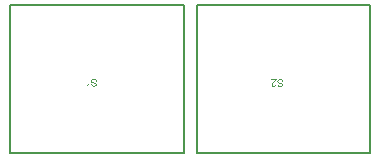
<source format=gbr>
%TF.GenerationSoftware,Altium Limited,Altium Designer,24.3.1 (35)*%
G04 Layer_Color=16711935*
%FSLAX25Y25*%
%MOIN*%
%TF.SameCoordinates,1C50E6C9-DA4A-4B26-87AC-B265A0C711DB*%
%TF.FilePolarity,Positive*%
%TF.FileFunction,Other,Top_Assembly*%
%TF.Part,Single*%
G01*
G75*
%TA.AperFunction,NonConductor*%
%ADD50C,0.00787*%
G36*
X239124Y277880D02*
X239156D01*
X239193Y277877D01*
X239236Y277873D01*
X239327Y277858D01*
X239422Y277844D01*
X239517Y277818D01*
X239608Y277786D01*
X239611D01*
X239619Y277782D01*
X239630Y277775D01*
X239644Y277767D01*
X239688Y277746D01*
X239739Y277713D01*
X239797Y277669D01*
X239859Y277618D01*
X239917Y277556D01*
X239972Y277487D01*
Y277484D01*
X239979Y277476D01*
X239983Y277465D01*
X239994Y277451D01*
X240001Y277433D01*
X240012Y277411D01*
X240037Y277356D01*
X240063Y277287D01*
X240085Y277210D01*
X240099Y277123D01*
X240106Y277032D01*
X239793Y277003D01*
Y277007D01*
Y277010D01*
X239790Y277021D01*
Y277036D01*
X239782Y277069D01*
X239772Y277116D01*
X239757Y277163D01*
X239742Y277218D01*
X239717Y277269D01*
X239691Y277316D01*
X239688Y277320D01*
X239677Y277334D01*
X239659Y277360D01*
X239630Y277385D01*
X239593Y277418D01*
X239553Y277451D01*
X239498Y277484D01*
X239440Y277513D01*
X239437D01*
X239433Y277516D01*
X239422Y277520D01*
X239411Y277524D01*
X239375Y277535D01*
X239327Y277549D01*
X239269Y277564D01*
X239204Y277574D01*
X239131Y277582D01*
X239051Y277585D01*
X239018D01*
X238982Y277582D01*
X238938Y277578D01*
X238887Y277571D01*
X238829Y277564D01*
X238770Y277549D01*
X238716Y277531D01*
X238709Y277527D01*
X238690Y277520D01*
X238665Y277505D01*
X238632Y277491D01*
X238599Y277465D01*
X238563Y277440D01*
X238527Y277411D01*
X238497Y277374D01*
X238494Y277371D01*
X238487Y277356D01*
X238476Y277338D01*
X238461Y277309D01*
X238446Y277280D01*
X238436Y277243D01*
X238428Y277203D01*
X238425Y277160D01*
Y277156D01*
Y277138D01*
X238428Y277116D01*
X238432Y277087D01*
X238443Y277058D01*
X238454Y277021D01*
X238472Y276985D01*
X238497Y276952D01*
X238501Y276948D01*
X238512Y276938D01*
X238527Y276923D01*
X238552Y276901D01*
X238581Y276879D01*
X238621Y276854D01*
X238668Y276828D01*
X238723Y276806D01*
X238727Y276803D01*
X238745Y276799D01*
X238774Y276788D01*
X238792Y276785D01*
X238818Y276777D01*
X238843Y276766D01*
X238876Y276759D01*
X238912Y276748D01*
X238956Y276737D01*
X239000Y276726D01*
X239051Y276712D01*
X239109Y276697D01*
X239171Y276683D01*
X239175D01*
X239185Y276679D01*
X239204Y276676D01*
X239226Y276668D01*
X239255Y276661D01*
X239287Y276654D01*
X239360Y276632D01*
X239440Y276606D01*
X239524Y276581D01*
X239597Y276555D01*
X239630Y276541D01*
X239659Y276526D01*
X239662D01*
X239666Y276523D01*
X239688Y276508D01*
X239721Y276490D01*
X239757Y276461D01*
X239801Y276428D01*
X239844Y276388D01*
X239888Y276341D01*
X239924Y276290D01*
X239928Y276282D01*
X239939Y276264D01*
X239953Y276235D01*
X239968Y276199D01*
X239983Y276151D01*
X239997Y276097D01*
X240008Y276039D01*
X240012Y275977D01*
Y275973D01*
Y275969D01*
Y275958D01*
Y275944D01*
X240004Y275907D01*
X239997Y275860D01*
X239986Y275805D01*
X239968Y275744D01*
X239943Y275682D01*
X239906Y275620D01*
Y275616D01*
X239902Y275613D01*
X239884Y275591D01*
X239859Y275562D01*
X239826Y275525D01*
X239782Y275485D01*
X239728Y275442D01*
X239662Y275401D01*
X239589Y275365D01*
X239586D01*
X239579Y275361D01*
X239568Y275358D01*
X239553Y275350D01*
X239535Y275343D01*
X239509Y275336D01*
X239455Y275321D01*
X239386Y275307D01*
X239305Y275292D01*
X239222Y275281D01*
X239127Y275278D01*
X239080D01*
X239054Y275281D01*
X239029D01*
X238960Y275289D01*
X238883Y275300D01*
X238803Y275318D01*
X238716Y275340D01*
X238636Y275369D01*
X238632D01*
X238625Y275372D01*
X238614Y275380D01*
X238599Y275387D01*
X238563Y275405D01*
X238516Y275438D01*
X238461Y275474D01*
X238406Y275522D01*
X238355Y275576D01*
X238308Y275638D01*
Y275642D01*
X238304Y275645D01*
X238297Y275656D01*
X238290Y275667D01*
X238272Y275704D01*
X238250Y275751D01*
X238224Y275809D01*
X238206Y275878D01*
X238188Y275951D01*
X238181Y276031D01*
X238501Y276057D01*
Y276053D01*
Y276046D01*
X238505Y276035D01*
X238508Y276017D01*
X238519Y275977D01*
X238534Y275922D01*
X238556Y275864D01*
X238589Y275805D01*
X238629Y275751D01*
X238679Y275700D01*
X238687Y275696D01*
X238705Y275682D01*
X238741Y275660D01*
X238789Y275638D01*
X238850Y275616D01*
X238923Y275594D01*
X239014Y275580D01*
X239116Y275576D01*
X239167D01*
X239189Y275580D01*
X239218Y275583D01*
X239284Y275591D01*
X239356Y275605D01*
X239429Y275623D01*
X239498Y275653D01*
X239528Y275671D01*
X239557Y275689D01*
X239564Y275693D01*
X239579Y275707D01*
X239600Y275733D01*
X239622Y275762D01*
X239648Y275802D01*
X239669Y275846D01*
X239684Y275897D01*
X239691Y275955D01*
Y275962D01*
Y275977D01*
X239688Y276002D01*
X239681Y276031D01*
X239669Y276068D01*
X239651Y276104D01*
X239630Y276140D01*
X239597Y276177D01*
X239593Y276180D01*
X239575Y276191D01*
X239560Y276202D01*
X239546Y276209D01*
X239524Y276220D01*
X239498Y276235D01*
X239466Y276246D01*
X239429Y276260D01*
X239389Y276275D01*
X239342Y276293D01*
X239291Y276308D01*
X239233Y276326D01*
X239167Y276341D01*
X239094Y276359D01*
X239091D01*
X239076Y276362D01*
X239054Y276366D01*
X239029Y276373D01*
X238996Y276381D01*
X238956Y276392D01*
X238916Y276402D01*
X238872Y276413D01*
X238778Y276439D01*
X238687Y276464D01*
X238643Y276479D01*
X238603Y276493D01*
X238567Y276504D01*
X238538Y276519D01*
X238534D01*
X238527Y276523D01*
X238516Y276530D01*
X238501Y276537D01*
X238461Y276559D01*
X238414Y276588D01*
X238359Y276628D01*
X238304Y276672D01*
X238254Y276723D01*
X238210Y276777D01*
X238206Y276785D01*
X238192Y276803D01*
X238177Y276836D01*
X238155Y276879D01*
X238137Y276930D01*
X238119Y276992D01*
X238108Y277061D01*
X238104Y277134D01*
Y277138D01*
Y277141D01*
Y277152D01*
Y277167D01*
X238112Y277207D01*
X238119Y277258D01*
X238133Y277316D01*
X238152Y277378D01*
X238181Y277444D01*
X238221Y277513D01*
Y277516D01*
X238224Y277520D01*
X238243Y277542D01*
X238268Y277574D01*
X238304Y277611D01*
X238352Y277655D01*
X238410Y277702D01*
X238476Y277746D01*
X238552Y277786D01*
X238556D01*
X238563Y277789D01*
X238574Y277793D01*
X238589Y277800D01*
X238610Y277807D01*
X238636Y277818D01*
X238694Y277833D01*
X238763Y277851D01*
X238847Y277869D01*
X238938Y277880D01*
X239036Y277884D01*
X239094D01*
X239124Y277880D01*
D02*
G37*
G36*
X237817Y277837D02*
Y277822D01*
Y277800D01*
X237813Y277771D01*
X237809Y277738D01*
X237802Y277702D01*
X237795Y277665D01*
X237780Y277625D01*
Y277622D01*
X237777Y277618D01*
X237770Y277596D01*
X237755Y277564D01*
X237733Y277520D01*
X237704Y277469D01*
X237667Y277411D01*
X237628Y277352D01*
X237577Y277291D01*
Y277287D01*
X237569Y277283D01*
X237551Y277261D01*
X237518Y277229D01*
X237471Y277181D01*
X237416Y277127D01*
X237347Y277061D01*
X237263Y276989D01*
X237173Y276912D01*
X237169Y276908D01*
X237154Y276898D01*
X237133Y276879D01*
X237107Y276857D01*
X237074Y276828D01*
X237034Y276796D01*
X236994Y276759D01*
X236947Y276719D01*
X236856Y276632D01*
X236765Y276544D01*
X236721Y276501D01*
X236681Y276457D01*
X236645Y276417D01*
X236616Y276377D01*
Y276373D01*
X236608Y276370D01*
X236601Y276359D01*
X236594Y276344D01*
X236568Y276304D01*
X236539Y276257D01*
X236514Y276199D01*
X236488Y276137D01*
X236474Y276068D01*
X236466Y276002D01*
Y275998D01*
Y275995D01*
X236470Y275973D01*
X236474Y275937D01*
X236485Y275897D01*
X236499Y275846D01*
X236525Y275795D01*
X236557Y275744D01*
X236601Y275693D01*
X236608Y275685D01*
X236627Y275671D01*
X236652Y275653D01*
X236692Y275627D01*
X236743Y275605D01*
X236801Y275583D01*
X236870Y275569D01*
X236947Y275565D01*
X236969D01*
X236983Y275569D01*
X237027Y275572D01*
X237078Y275583D01*
X237133Y275598D01*
X237194Y275623D01*
X237253Y275656D01*
X237307Y275700D01*
X237314Y275707D01*
X237329Y275725D01*
X237351Y275754D01*
X237373Y275798D01*
X237398Y275849D01*
X237420Y275915D01*
X237435Y275988D01*
X237442Y276071D01*
X237758Y276039D01*
Y276035D01*
X237755Y276024D01*
Y276006D01*
X237751Y275980D01*
X237744Y275951D01*
X237737Y275918D01*
X237726Y275878D01*
X237715Y275838D01*
X237686Y275751D01*
X237642Y275663D01*
X237617Y275620D01*
X237584Y275576D01*
X237551Y275536D01*
X237515Y275500D01*
X237511Y275496D01*
X237504Y275493D01*
X237493Y275482D01*
X237475Y275471D01*
X237453Y275456D01*
X237427Y275442D01*
X237398Y275423D01*
X237362Y275405D01*
X237322Y275387D01*
X237278Y275369D01*
X237231Y275354D01*
X237180Y275340D01*
X237125Y275329D01*
X237067Y275318D01*
X237005Y275314D01*
X236940Y275310D01*
X236903D01*
X236878Y275314D01*
X236848Y275318D01*
X236812Y275321D01*
X236772Y275329D01*
X236732Y275336D01*
X236637Y275361D01*
X236543Y275398D01*
X236495Y275420D01*
X236448Y275445D01*
X236404Y275478D01*
X236364Y275514D01*
X236361Y275518D01*
X236353Y275522D01*
X236346Y275536D01*
X236332Y275551D01*
X236314Y275569D01*
X236295Y275594D01*
X236277Y275620D01*
X236255Y275653D01*
X236219Y275722D01*
X236182Y275809D01*
X236168Y275853D01*
X236161Y275904D01*
X236153Y275955D01*
X236150Y276009D01*
Y276017D01*
Y276035D01*
X236153Y276064D01*
X236157Y276104D01*
X236164Y276148D01*
X236179Y276199D01*
X236193Y276253D01*
X236215Y276308D01*
X236219Y276315D01*
X236226Y276333D01*
X236241Y276362D01*
X236262Y276402D01*
X236292Y276446D01*
X236328Y276501D01*
X236372Y276555D01*
X236423Y276617D01*
X236430Y276624D01*
X236448Y276646D01*
X236466Y276664D01*
X236485Y276683D01*
X236506Y276705D01*
X236536Y276734D01*
X236565Y276763D01*
X236601Y276796D01*
X236637Y276832D01*
X236681Y276872D01*
X236728Y276912D01*
X236779Y276959D01*
X236838Y277007D01*
X236896Y277058D01*
X236899Y277061D01*
X236907Y277069D01*
X236921Y277080D01*
X236940Y277094D01*
X236961Y277116D01*
X236987Y277138D01*
X237045Y277185D01*
X237107Y277240D01*
X237165Y277294D01*
X237216Y277342D01*
X237238Y277360D01*
X237256Y277378D01*
X237260Y277382D01*
X237271Y277393D01*
X237285Y277407D01*
X237303Y277429D01*
X237322Y277454D01*
X237344Y277480D01*
X237387Y277542D01*
X236146D01*
Y277840D01*
X237817D01*
Y277837D01*
D02*
G37*
G36*
X177017Y277993D02*
X177050D01*
X177086Y277990D01*
X177130Y277986D01*
X177221Y277972D01*
X177316Y277957D01*
X177410Y277932D01*
X177501Y277899D01*
X177505D01*
X177512Y277895D01*
X177523Y277888D01*
X177538Y277881D01*
X177581Y277859D01*
X177632Y277826D01*
X177691Y277782D01*
X177752Y277731D01*
X177811Y277670D01*
X177865Y277600D01*
Y277597D01*
X177873Y277589D01*
X177876Y277578D01*
X177887Y277564D01*
X177894Y277546D01*
X177905Y277524D01*
X177931Y277469D01*
X177956Y277400D01*
X177978Y277324D01*
X177993Y277236D01*
X178000Y277145D01*
X177687Y277116D01*
Y277120D01*
Y277123D01*
X177683Y277134D01*
Y277149D01*
X177676Y277182D01*
X177665Y277229D01*
X177651Y277276D01*
X177636Y277331D01*
X177611Y277382D01*
X177585Y277429D01*
X177581Y277433D01*
X177570Y277448D01*
X177552Y277473D01*
X177523Y277498D01*
X177487Y277531D01*
X177447Y277564D01*
X177392Y277597D01*
X177334Y277626D01*
X177330D01*
X177327Y277629D01*
X177316Y277633D01*
X177305Y277637D01*
X177268Y277648D01*
X177221Y277662D01*
X177163Y277677D01*
X177097Y277688D01*
X177024Y277695D01*
X176944Y277699D01*
X176912D01*
X176875Y277695D01*
X176832Y277691D01*
X176781Y277684D01*
X176722Y277677D01*
X176664Y277662D01*
X176610Y277644D01*
X176602Y277640D01*
X176584Y277633D01*
X176559Y277619D01*
X176526Y277604D01*
X176493Y277578D01*
X176457Y277553D01*
X176420Y277524D01*
X176391Y277487D01*
X176388Y277484D01*
X176380Y277469D01*
X176369Y277451D01*
X176355Y277422D01*
X176340Y277393D01*
X176329Y277357D01*
X176322Y277316D01*
X176318Y277273D01*
Y277269D01*
Y277251D01*
X176322Y277229D01*
X176326Y277200D01*
X176337Y277171D01*
X176347Y277134D01*
X176366Y277098D01*
X176391Y277065D01*
X176395Y277062D01*
X176406Y277051D01*
X176420Y277036D01*
X176446Y277014D01*
X176475Y276993D01*
X176515Y276967D01*
X176562Y276941D01*
X176617Y276920D01*
X176620Y276916D01*
X176639Y276912D01*
X176668Y276902D01*
X176686Y276898D01*
X176711Y276891D01*
X176737Y276880D01*
X176770Y276872D01*
X176806Y276861D01*
X176850Y276851D01*
X176893Y276840D01*
X176944Y276825D01*
X177003Y276811D01*
X177065Y276796D01*
X177068D01*
X177079Y276792D01*
X177097Y276789D01*
X177119Y276781D01*
X177148Y276774D01*
X177181Y276767D01*
X177254Y276745D01*
X177334Y276719D01*
X177418Y276694D01*
X177490Y276669D01*
X177523Y276654D01*
X177552Y276639D01*
X177556D01*
X177560Y276636D01*
X177581Y276621D01*
X177614Y276603D01*
X177651Y276574D01*
X177694Y276541D01*
X177738Y276501D01*
X177782Y276454D01*
X177818Y276403D01*
X177822Y276396D01*
X177833Y276377D01*
X177847Y276348D01*
X177862Y276312D01*
X177876Y276265D01*
X177891Y276210D01*
X177902Y276152D01*
X177905Y276090D01*
Y276086D01*
Y276082D01*
Y276072D01*
Y276057D01*
X177898Y276021D01*
X177891Y275973D01*
X177880Y275919D01*
X177862Y275857D01*
X177836Y275795D01*
X177800Y275733D01*
Y275729D01*
X177796Y275726D01*
X177778Y275704D01*
X177752Y275675D01*
X177720Y275638D01*
X177676Y275598D01*
X177621Y275555D01*
X177556Y275515D01*
X177483Y275478D01*
X177480D01*
X177472Y275475D01*
X177461Y275471D01*
X177447Y275464D01*
X177428Y275456D01*
X177403Y275449D01*
X177348Y275435D01*
X177279Y275420D01*
X177199Y275405D01*
X177115Y275395D01*
X177021Y275391D01*
X176974D01*
X176948Y275395D01*
X176923D01*
X176853Y275402D01*
X176777Y275413D01*
X176697Y275431D01*
X176610Y275453D01*
X176530Y275482D01*
X176526D01*
X176519Y275485D01*
X176508Y275493D01*
X176493Y275500D01*
X176457Y275518D01*
X176409Y275551D01*
X176355Y275587D01*
X176300Y275635D01*
X176249Y275689D01*
X176202Y275751D01*
Y275755D01*
X176198Y275759D01*
X176191Y275769D01*
X176184Y275780D01*
X176165Y275817D01*
X176144Y275864D01*
X176118Y275922D01*
X176100Y275992D01*
X176082Y276064D01*
X176075Y276144D01*
X176395Y276170D01*
Y276166D01*
Y276159D01*
X176398Y276148D01*
X176402Y276130D01*
X176413Y276090D01*
X176427Y276035D01*
X176449Y275977D01*
X176482Y275919D01*
X176522Y275864D01*
X176573Y275813D01*
X176580Y275810D01*
X176599Y275795D01*
X176635Y275773D01*
X176682Y275751D01*
X176744Y275729D01*
X176817Y275708D01*
X176908Y275693D01*
X177010Y275689D01*
X177061D01*
X177083Y275693D01*
X177112Y275697D01*
X177177Y275704D01*
X177250Y275718D01*
X177323Y275737D01*
X177392Y275766D01*
X177421Y275784D01*
X177450Y275802D01*
X177458Y275806D01*
X177472Y275820D01*
X177494Y275846D01*
X177516Y275875D01*
X177541Y275915D01*
X177563Y275959D01*
X177578Y276010D01*
X177585Y276068D01*
Y276075D01*
Y276090D01*
X177581Y276115D01*
X177574Y276144D01*
X177563Y276181D01*
X177545Y276217D01*
X177523Y276254D01*
X177490Y276290D01*
X177487Y276294D01*
X177469Y276305D01*
X177454Y276315D01*
X177439Y276323D01*
X177418Y276334D01*
X177392Y276348D01*
X177359Y276359D01*
X177323Y276374D01*
X177283Y276388D01*
X177236Y276406D01*
X177185Y276421D01*
X177126Y276439D01*
X177061Y276454D01*
X176988Y276472D01*
X176985D01*
X176970Y276476D01*
X176948Y276479D01*
X176923Y276486D01*
X176890Y276494D01*
X176850Y276505D01*
X176810Y276516D01*
X176766Y276527D01*
X176671Y276552D01*
X176580Y276577D01*
X176537Y276592D01*
X176497Y276607D01*
X176460Y276618D01*
X176431Y276632D01*
X176427D01*
X176420Y276636D01*
X176409Y276643D01*
X176395Y276650D01*
X176355Y276672D01*
X176307Y276701D01*
X176253Y276741D01*
X176198Y276785D01*
X176147Y276836D01*
X176104Y276891D01*
X176100Y276898D01*
X176085Y276916D01*
X176071Y276949D01*
X176049Y276993D01*
X176031Y277043D01*
X176013Y277105D01*
X176002Y277174D01*
X175998Y277247D01*
Y277251D01*
Y277255D01*
Y277266D01*
Y277280D01*
X176005Y277320D01*
X176013Y277371D01*
X176027Y277429D01*
X176045Y277491D01*
X176075Y277557D01*
X176114Y277626D01*
Y277629D01*
X176118Y277633D01*
X176136Y277655D01*
X176162Y277688D01*
X176198Y277724D01*
X176246Y277768D01*
X176304Y277815D01*
X176369Y277859D01*
X176446Y277899D01*
X176449D01*
X176457Y277903D01*
X176468Y277906D01*
X176482Y277913D01*
X176504Y277921D01*
X176530Y277932D01*
X176588Y277946D01*
X176657Y277964D01*
X176741Y277983D01*
X176832Y277993D01*
X176930Y277997D01*
X176988D01*
X177017Y277993D01*
D02*
G37*
G36*
X174811Y275984D02*
X174815Y275988D01*
X174833Y276002D01*
X174855Y276024D01*
X174891Y276050D01*
X174932Y276082D01*
X174983Y276119D01*
X175041Y276159D01*
X175106Y276199D01*
X175110D01*
X175113Y276203D01*
X175135Y276217D01*
X175172Y276235D01*
X175215Y276257D01*
X175266Y276283D01*
X175321Y276308D01*
X175376Y276334D01*
X175430Y276356D01*
Y276057D01*
X175426D01*
X175419Y276050D01*
X175405Y276046D01*
X175387Y276035D01*
X175365Y276024D01*
X175339Y276010D01*
X175277Y275973D01*
X175205Y275933D01*
X175132Y275882D01*
X175055Y275824D01*
X174979Y275762D01*
X174975Y275759D01*
X174972Y275755D01*
X174961Y275744D01*
X174946Y275733D01*
X174913Y275697D01*
X174870Y275653D01*
X174826Y275602D01*
X174779Y275544D01*
X174739Y275485D01*
X174702Y275424D01*
X174502D01*
Y277953D01*
X174811D01*
Y275984D01*
D02*
G37*
D50*
X211169Y253278D02*
X269043D01*
X211169D02*
Y302490D01*
X269043D01*
Y253278D02*
Y302490D01*
X149063Y253391D02*
X206937D01*
X149063D02*
Y302603D01*
X206937D01*
Y253391D02*
Y302603D01*
%TF.MD5,bcb37f79fc41a49cdf2ba02f1a13ae54*%
M02*

</source>
